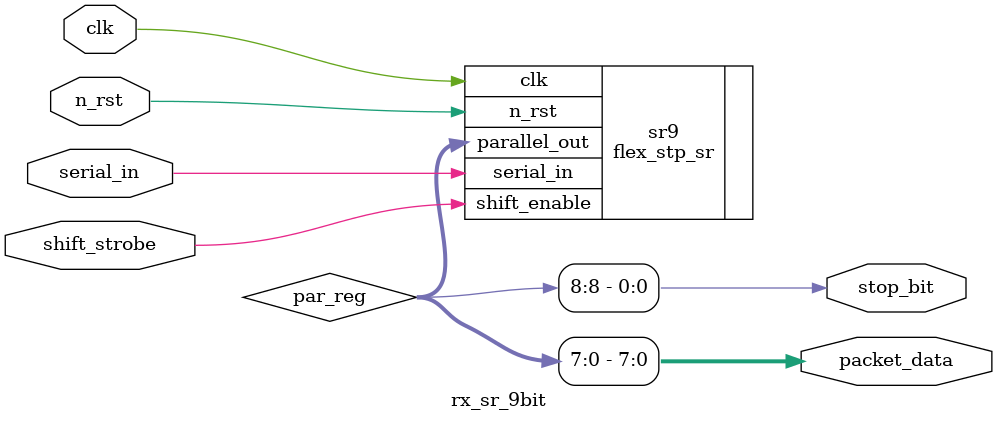
<source format=sv>
module rx_sr_9bit (input logic clk, n_rst, shift_strobe, serial_in, output logic [7:0]packet_data, output logic stop_bit);
logic [8:0] par_reg;
flex_stp_sr #(.NUM_BITS(9),.SHIFT_MSB(1))sr9(.clk(clk),.n_rst(n_rst), .shift_enable(shift_strobe),.serial_in(serial_in),
.parallel_out(par_reg));
assign packet_data = par_reg[7:0];
assign stop_bit = par_reg[8];
endmodule
</source>
